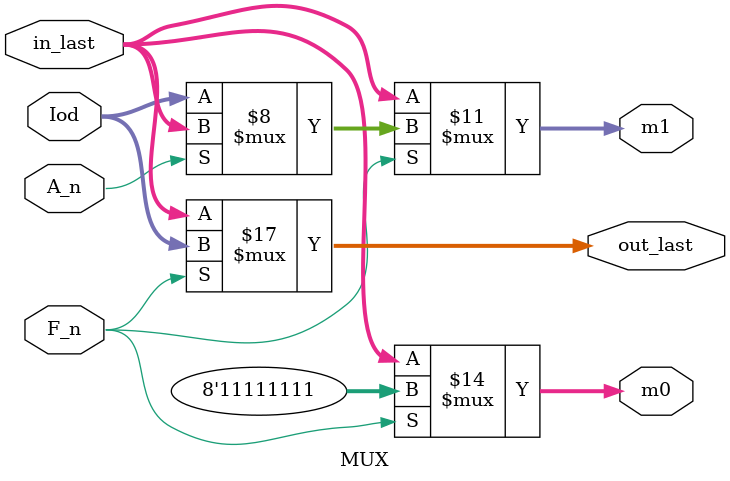
<source format=v>
`timescale 1ns / 1ns


module CoreSight_L1_Decoder_lee(
        input trace_clk,
        input [127:0] in_data,
        input in_valid,
        input [7:0] i_last_ID,
        output [239:0] out_data,
        output out_valid,
        output reg [7:0] o_last_ID
        //for debug 
        //output test_valid_data
       
//        output bug_intr,
//        output[7:0] bug_type, //more than 16
//        output[127:0] frame_out
    );
    //state parameter
    parameter S_getFA = 2'h0;
    parameter S_getIOD = 2'h1 ;
    parameter S_getID = 2'h2 ; 
    parameter S_getID_DATA = 2'h3 ; 
    reg [1:0] state = S_getFA ;

    reg [127:0] trace_data ;
    reg [7:0] d[6:0] ;
    reg [7:0] aux ;
    reg [7:0] F ;
    wire [7:0] tmp_id[15:0]; 
 
    reg [7:0] id[14:0] ; 
    reg [7:0] IoD[7:0] ;
    
    //trace_data valid flag
    reg valid_data = 1'b0 ;
    
    //input variable
    reg [7:0] last_id ;
    
    //output data
    reg [239:0] odata ;
    reg ovalid = 1'b0 ;
    
    integer i;
    
    //Step3 circuit module
    wire [7:0] l0,l1,l2,l3,l4,l5,l6,l7;
    
    MUX M0 (F[0], aux[0], last_id, IoD[0], tmp_id[0], tmp_id[1], l0);
    MUX M1 (F[1], aux[1], l0, IoD[1], tmp_id[2], tmp_id[3], l1);
    MUX M2 (F[2], aux[2], l1, IoD[2], tmp_id[4], tmp_id[5], l2);
    MUX M3 (F[3], aux[3], l2, IoD[3], tmp_id[6], tmp_id[7], l3);
    MUX M4 (F[4], aux[4], l3, IoD[4], tmp_id[8], tmp_id[9], l4);
    MUX M5 (F[5], aux[5], l4, IoD[5], tmp_id[10], tmp_id[11], l5);
    MUX M6 (F[6], aux[6], l5, IoD[6], tmp_id[12], tmp_id[13], l6);
    MUX M7 (F[7], aux[7], l6, IoD[7], tmp_id[14], tmp_id[15], l7);
 
    //Step 0 
//    always @ (posedge trace_clk) begin
        //if(in_valid) begin

//    end
    
    //Step1234 
    
    reg [3:0] cnt = 4'd0;
    always @ (posedge trace_clk) begin 
        //if(ovalid) ovalid <= 1'b0;
        if(in_valid) begin 
            //save input data
            trace_data <= in_data ;
            valid_data <= 1'b1 ;
            ovalid <= 1'b0 ;          
        end
        if(valid_data) begin     
            case(state)
                S_getFA: begin 
                    //F flag
                    for(i=0; i<8; i=i+1)
                        F[i] <= trace_data[i*16] ;
                    for(i=0; i<7; i=i+1)
                        d[i] <= trace_data[i*16+15 -: 8] ; 
                    //AUX assign 
                    aux <= trace_data[127:120] ;   
                    if(i_last_ID == 8'bX) begin 
                        last_id[7] <= 1'b0 ;
                        last_id[6:0] <= trace_data[7:1] ; 
                    end else begin
                        last_id <= i_last_ID ; 
                    end 
                    state <= S_getIOD ;
                end 
                S_getIOD: begin 
                    for(i=0; i<8; i=i+1) begin
                        if(F[i] == 1) begin 
                            IoD[i][6:0] <= trace_data[16*i+7 -: 7] ; 
                            IoD[i][7] <= 1'd0; 
                        end 
                        else begin
                            IoD[i][7:1] <= trace_data[16*i+7 -: 7] ;
                            IoD[i][0] <= aux[i] ; 
                        end
                    end
                    //change state
                    state <= S_getID ;
                end 
                S_getID: begin
                    //call the MUX 
                    o_last_ID <= l7 ;
                    for(i=0; i<15; i=i+1) begin 
                        id[i] <= tmp_id[i] ;
                        odata[16*i+7 -: 8] <= tmp_id[i] ;
                        if(i%2 == 0) 
                            odata[16*i+15 -: 8] <= IoD[i/2] ;
                        else
                            odata[16*i+15 -: 8] <= d[i/2] ;
                    end 
                    //change state 
                    // try to reduce .start
                    valid_data <= 1'b0; 
                    ovalid <= 1'b1;
                    state <= S_getFA ;
                    // try to reduce .end
                end  
            endcase 
        end     
    end
    
    assign out_valid = ovalid ;
    assign out_data = odata ; 
    //for debug
    //assign test_valid_data = valid_data ;
endmodule

module MUX(
    input F_n,
    input A_n,
    input [7:0] in_last,
    input [7:0] Iod,
    output reg [7:0] m0,
    output reg [7:0] m1,
    output reg [7:0] out_last
    );
     
    always @ (F_n or A_n or in_last or Iod) begin
        //Fn == 0 
        if(F_n != 1'b1) begin 
            out_last <= in_last ;
            m0 <= in_last ;
            m1 <= in_last ;
        end 
        //Fn == 1
        else begin  
            out_last <= Iod ;
            m0 <= 8'hFF ;
            if(A_n) begin 
                m1 <= in_last ; 
             end 
             else begin 
                m1 <= Iod ;
             end        
        end 
        //rewrite 
//        assign m0 = F_n == 1'b0 ? 8'hFF : in_last;
//        assign m1 = F_n == 1'b0 ? 8'hFF : ( A_n == 1'b0 ? Iod : last);
//        assign out_last = Fn == 1'b0 ? in_last : Iod ;      
    end
endmodule 
</source>
